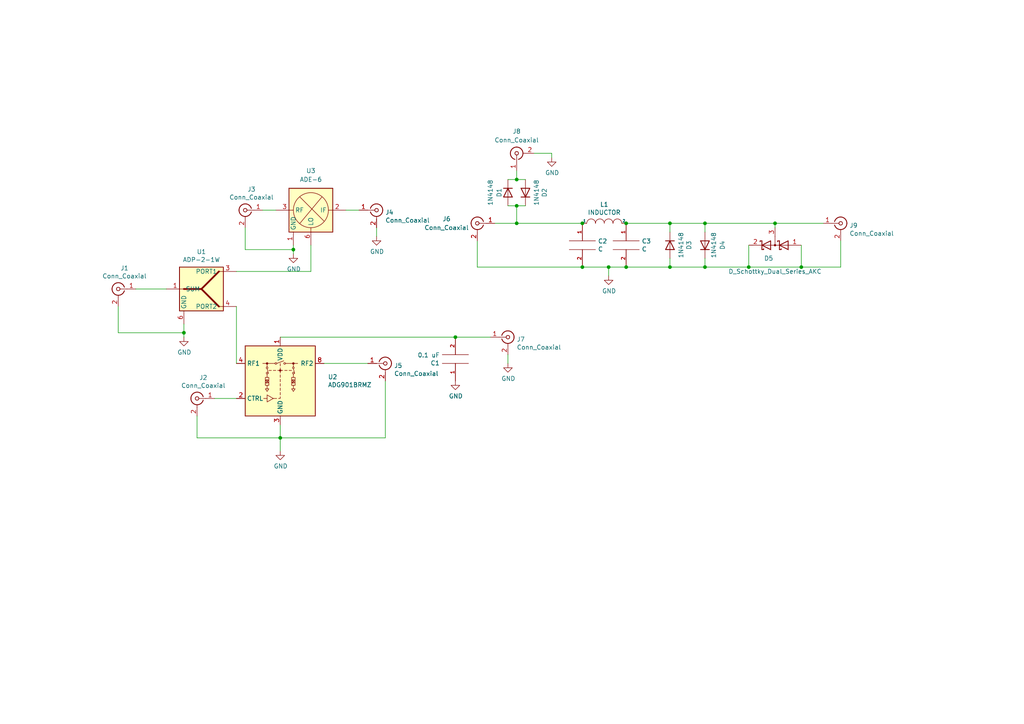
<source format=kicad_sch>
(kicad_sch (version 20211123) (generator eeschema)
  (paper "A4")
  (lib_symbols
    (symbol "Connector:Conn_Coaxial" (pin_names (offset 1.016) hide)
      (property "Reference" "J" (at 0.254 3.048 0))
      (property "Value" "Conn_Coaxial" (at 2.921 0 90))
      (symbol "Conn_Coaxial_0_1"
        (arc (start -1.778 -0.508) (mid 0.222 -1.808) (end 1.778 0) (stroke (width 0.254)))
        (polyline (pts (xy -2.54 0) (xy -0.508 0)))
        (polyline (pts (xy 0 -2.54) (xy 0 -1.778)))
        (circle (center 0 0) (radius 0.508) (stroke (width 0.2032)))
        (arc (start 1.778 0) (mid 0.222 1.8083) (end -1.778 0.508) (stroke (width 0.254)))
      )
      (symbol "Conn_Coaxial_1_1"
        (pin passive line (at -5.08 0 0) (length 2.54) (name "In") (number "1"))
        (pin passive line (at 0 -5.08 90) (length 2.54) (name "Ext") (number "2"))
      )
    )
    (symbol "Device:D_Schottky_Dual_Series_AKC" (pin_names (offset 0.762) hide)
      (property "Reference" "D" (at 1.27 -2.54 0))
      (property "Value" "D_Schottky_Dual_Series_AKC" (at 0 2.54 0))
      (symbol "D_Schottky_Dual_Series_AKC_0_1"
        (polyline (pts (xy -3.81 0) (xy 3.81 0)))
        (polyline (pts (xy 0 0) (xy 0 -2.54)))
        (polyline (pts (xy 6.35 0) (xy 7.62 0)))
        (polyline (pts (xy -1.27 -1.27) (xy -1.27 1.27) (xy -1.27 1.27)) (stroke (width 0.254)))
        (polyline (pts (xy 3.81 1.27) (xy 3.81 -1.27) (xy 3.81 -1.27)) (stroke (width 0.254)))
        (polyline (pts (xy -1.27 -1.27) (xy -0.762 -1.27) (xy -0.762 -1.016) (xy -0.762 -1.016)) (stroke (width 0.254)))
        (polyline (pts (xy 3.81 -1.27) (xy 4.318 -1.27) (xy 4.318 -1.016) (xy 4.318 -1.016)) (stroke (width 0.254)))
        (polyline (pts (xy 3.81 1.27) (xy 3.302 1.27) (xy 3.302 1.016) (xy 3.302 1.016)) (stroke (width 0.254)))
        (polyline (pts (xy -1.778 1.016) (xy -1.778 1.27) (xy -1.27 1.27) (xy -1.27 1.27) (xy -1.27 1.27)) (stroke (width 0.254)))
        (polyline (pts (xy -3.81 1.27) (xy -1.27 0) (xy -3.81 -1.27) (xy -3.81 1.27) (xy -3.81 1.27) (xy -3.81 1.27)) (stroke (width 0.254)))
        (polyline (pts (xy 1.27 1.27) (xy 3.81 0) (xy 1.27 -1.27) (xy 1.27 1.27) (xy 1.27 1.27) (xy 1.27 1.27)) (stroke (width 0.254)))
        (circle (center 0 0) (radius 0.254) (fill (type outline)))
        (pin passive line (at -7.62 0 0) (length 3.81) (name "A") (number "1"))
        (pin passive line (at 7.62 0 180) (length 3.81) (name "K") (number "2"))
        (pin passive line (at 0 -5.08 90) (length 2.54) (name "common") (number "3"))
      )
    )
    (symbol "Diode:1N4148" (pin_numbers hide) (pin_names (offset 1.016) hide)
      (property "Reference" "D" (at 0 2.54 0))
      (property "Value" "1N4148" (at 0 -2.54 0))
      (symbol "1N4148_0_1"
        (polyline (pts (xy -1.27 1.27) (xy -1.27 -1.27)) (stroke (width 0.254)))
        (polyline (pts (xy 1.27 0) (xy -1.27 0)))
        (polyline (pts (xy 1.27 1.27) (xy 1.27 -1.27) (xy -1.27 0) (xy 1.27 1.27)) (stroke (width 0.254)))
      )
      (symbol "1N4148_1_1"
        (pin passive line (at -3.81 0 0) (length 2.54) (name "K") (number "1"))
        (pin passive line (at 3.81 0 180) (length 2.54) (name "A") (number "2"))
      )
    )
    (symbol "RF:ADP-2-1W"
      (property "Reference" "U" (at -6.35 7.62 0))
      (property "Value" "ADP-2-1W" (at 6.35 7.62 0))
      (symbol "ADP-2-1W_0_1"
        (rectangle (start -6.35 6.35) (end 6.35 -6.35) (stroke (width 0.254)) (fill (type background)))
        (polyline (pts (xy 0 0) (xy 5.08 -5.08)) (stroke (width 0.508)))
        (polyline (pts (xy -5.08 0) (xy 0 0) (xy 5.08 5.08)) (stroke (width 0.508)))
      )
      (symbol "ADP-2-1W_1_1"
        (pin passive line (at -10.16 0 0) (length 5.08) (name "SUM") (number "1"))
        (pin no_connect line (at 5.08 2.54 180) (length 5.08) hide (name "NC") (number "2"))
        (pin passive line (at 10.16 5.08 180) (length 5.08) (name "PORT1") (number "3"))
        (pin passive line (at 10.16 -5.08 180) (length 5.08) (name "PORT2") (number "4"))
        (pin no_connect line (at 5.08 -2.54 180) (length 5.08) hide (name "NC") (number "5"))
        (pin passive line (at -5.08 -10.16 90) (length 3.81) (name "GND") (number "6"))
      )
    )
    (symbol "RF_Mixer:ADE-6"
      (property "Reference" "U" (at -6.35 7.62 0))
      (property "Value" "ADE-6" (at 6.35 7.62 0))
      (symbol "ADE-6_0_1"
        (rectangle (start -6.35 6.35) (end 6.35 -6.35) (stroke (width 0.254)) (fill (type background)))
        (polyline (pts (xy -3.175 -3.81) (xy 3.175 3.81)))
        (polyline (pts (xy 3.81 -3.175) (xy -3.175 3.81)))
        (circle (center 0 0) (radius 5.08))
      )
      (symbol "ADE-6_1_1"
        (pin power_in line (at -5.08 -10.16 90) (length 3.81) (name "GND") (number "1"))
        (pin output line (at 10.16 0 180) (length 5.08) (name "IF") (number "2"))
        (pin input line (at -10.16 0 0) (length 5.08) (name "RF") (number "3"))
        (pin passive line (at -5.08 -10.16 90) (length 3.81) hide (name "GND") (number "4"))
        (pin passive line (at -5.08 -10.16 90) (length 3.81) hide (name "GND") (number "5"))
        (pin input line (at 0 -10.16 90) (length 5.08) (name "LO") (number "6"))
      )
    )
    (symbol "RF_Switch:ADG901BRMZ"
      (property "Reference" "U" (at -10.16 11.43 0))
      (property "Value" "ADG901BRMZ" (at 1.27 11.43 0))
      (symbol "ADG901BRMZ_0_0"
        (rectangle (start -10.16 10.16) (end 10.16 -10.16) (stroke (width 0.254)) (fill (type background)))
        (polyline (pts (xy -4.826 -5.08) (xy -3.81 -5.08)))
        (polyline (pts (xy -2.54 3.048) (xy -3.302 3.048)))
        (polyline (pts (xy -2.032 3.048) (xy -1.27 3.048)))
        (polyline (pts (xy -1.016 -5.08) (xy -2.032 -5.08)))
        (polyline (pts (xy 0 -3.302) (xy 0 -4.064)))
        (polyline (pts (xy 0 -2.032) (xy 0 -2.794)))
        (polyline (pts (xy 0 -0.762) (xy 0 -1.524)))
        (polyline (pts (xy 0 0.508) (xy 0 -0.254)))
        (polyline (pts (xy 0 1.778) (xy 0 1.016)))
        (polyline (pts (xy 0 3.048) (xy -0.762 3.048)))
        (polyline (pts (xy 0 3.048) (xy 0 2.286)))
        (polyline (pts (xy 0 3.048) (xy 0 3.81)))
        (polyline (pts (xy 0 3.048) (xy 0.762 3.048)))
        (polyline (pts (xy 0 4.318) (xy 0 5.08)))
        (polyline (pts (xy 1.27 3.048) (xy 2.032 3.048)))
        (polyline (pts (xy 2.54 3.048) (xy 3.302 3.048)))
        (polyline (pts (xy 0 -4.572) (xy 0 -5.08) (xy -0.508 -5.08)))
        (polyline (pts (xy -3.81 -4.064) (xy -3.81 -6.096) (xy -2.032 -5.08) (xy -3.81 -4.064)))
        (circle (center 0 3.048) (radius 0.254) (fill (type outline)))
        (text "50" (at -3.81 -0.127 900) (effects (font (size 0.635 0.635))))
        (text "50" (at 3.81 -0.127 900) (effects (font (size 0.635 0.635))))
      )
      (symbol "ADG901BRMZ_0_1"
        (rectangle (start -4.318 1.016) (end -3.302 -1.27))
        (circle (center -3.81 2.286) (radius 0.254))
        (circle (center -3.81 3.81) (radius 0.254))
        (circle (center -3.81 5.08) (radius 0.254) (fill (type outline)))
        (circle (center -1.27 5.08) (radius 0.254))
        (polyline (pts (xy -5.08 5.08) (xy -1.524 5.08)))
        (polyline (pts (xy -3.81 2.032) (xy -3.81 1.016)))
        (polyline (pts (xy -3.81 3.556) (xy -3.429 2.159)))
        (polyline (pts (xy -3.81 5.08) (xy -3.81 4.064)))
        (polyline (pts (xy -1.016 5.08) (xy 1.016 5.842)))
        (polyline (pts (xy 1.524 5.08) (xy 5.08 5.08)))
        (polyline (pts (xy 3.81 2.032) (xy 3.81 1.016)))
        (polyline (pts (xy 3.81 3.556) (xy 4.191 2.159)))
        (polyline (pts (xy 3.81 5.08) (xy 3.81 4.064)))
        (polyline (pts (xy -3.81 -1.27) (xy -3.81 -2.286) (xy -4.318 -2.286) (xy -3.81 -3.048) (xy -3.302 -2.286) (xy -3.81 -2.286)))
        (polyline (pts (xy 3.81 -1.27) (xy 3.81 -2.286) (xy 3.302 -2.286) (xy 3.81 -3.048) (xy 4.318 -2.286) (xy 3.81 -2.286)))
        (circle (center 1.27 5.08) (radius 0.254))
        (rectangle (start 3.302 1.016) (end 4.318 -1.27))
        (circle (center 3.81 2.286) (radius 0.254))
        (circle (center 3.81 3.81) (radius 0.254))
        (circle (center 3.81 5.08) (radius 0.254) (fill (type outline)))
      )
      (symbol "ADG901BRMZ_1_1"
        (pin power_in line (at 0 12.7 270) (length 2.54) (name "VDD") (number "1"))
        (pin input line (at -12.7 -5.08 0) (length 2.54) (name "CTRL") (number "2"))
        (pin power_in line (at 0 -12.7 90) (length 2.54) (name "GND") (number "3"))
        (pin passive line (at -12.7 5.08 0) (length 2.54) (name "RF1") (number "4"))
        (pin passive line (at 0 -12.7 90) (length 2.54) hide (name "GND") (number "5"))
        (pin passive line (at 0 -12.7 90) (length 2.54) hide (name "GND") (number "6"))
        (pin passive line (at 0 -12.7 90) (length 2.54) hide (name "GND") (number "7"))
        (pin passive line (at 12.7 5.08 180) (length 2.54) (name "RF2") (number "8"))
      )
    )
    (symbol "power:GND" (power) (pin_names (offset 0))
      (property "Value" "GND" (at 0 -3.81 0))
      (symbol "GND_0_1"
        (polyline (pts (xy 0 0) (xy 0 -1.27) (xy 1.27 -1.27) (xy 0 -2.54) (xy -1.27 -1.27) (xy 0 -1.27)))
      )
      (symbol "GND_1_1"
        (pin power_in line (at 0 0 270) (length 0) hide (name "GND") (number "1"))
      )
    )
    (symbol "pspice:C" (pin_names (offset 0.254))
      (property "Reference" "C" (at 2.54 3.81 90))
      (property "Value" "C" (at 2.54 -3.81 90))
      (symbol "C_0_1"
        (polyline (pts (xy -3.81 -1.27) (xy 3.81 -1.27)))
        (polyline (pts (xy -3.81 1.27) (xy 3.81 1.27)))
      )
      (symbol "C_1_1"
        (pin passive line (at 0 6.35 270) (length 5.08) (name "~") (number "1"))
        (pin passive line (at 0 -6.35 90) (length 5.08) (name "~") (number "2"))
      )
    )
    (symbol "pspice:INDUCTOR" (pin_numbers hide) (pin_names (offset 0))
      (property "Reference" "L" (at 0 2.54 0))
      (property "Value" "INDUCTOR" (at 0 -1.27 0))
      (symbol "INDUCTOR_0_1"
        (arc (start -2.54 0) (mid -3.81 1.27) (end -5.08 0))
        (arc (start 0 0) (mid -1.27 1.27) (end -2.54 0))
        (arc (start 2.54 0) (mid 1.27 1.27) (end 0 0))
        (arc (start 5.08 0) (mid 3.81 1.27) (end 2.54 0))
      )
      (symbol "INDUCTOR_1_1"
        (pin input line (at -6.35 0 0) (length 1.27) (name "1") (number "1"))
        (pin input line (at 6.35 0 180) (length 1.27) (name "2") (number "2"))
      )
    )
  )
  (junction (at 181.61 64.77))
  (junction (at 149.86 52.07))
  (junction (at 168.91 77.47))
  (junction (at 176.53 77.47))
  (junction (at 149.86 64.77))
  (junction (at 194.31 64.77))
  (junction (at 204.47 77.47))
  (junction (at 224.79 64.77))
  (junction (at 81.28 127))
  (junction (at 168.91 64.77))
  (junction (at 53.34 96.52))
  (junction (at 194.31 77.47))
  (junction (at 217.17 77.47))
  (junction (at 85.09 72.39))
  (junction (at 132.08 97.79))
  (junction (at 149.86 59.69))
  (junction (at 204.47 64.77))
  (junction (at 232.41 77.47))
  (junction (at 181.61 77.47))
  (wire (pts (xy 34.29 88.9) (xy 34.29 96.52)))
  (wire (pts (xy 160.02 45.72) (xy 160.02 44.45)))
  (wire (pts (xy 93.98 105.41) (xy 106.68 105.41)))
  (wire (pts (xy 149.86 64.77) (xy 168.91 64.77)))
  (wire (pts (xy 68.58 78.74) (xy 90.17 78.74)))
  (wire (pts (xy 34.29 96.52) (xy 53.34 96.52)))
  (wire (pts (xy 194.31 64.77) (xy 194.31 67.31)))
  (wire (pts (xy 217.17 71.12) (xy 217.17 77.47)))
  (wire (pts (xy 204.47 64.77) (xy 204.47 67.31)))
  (wire (pts (xy 39.37 83.82) (xy 48.26 83.82)))
  (wire (pts (xy 194.31 77.47) (xy 204.47 77.47)))
  (wire (pts (xy 204.47 74.93) (xy 204.47 77.47)))
  (wire (pts (xy 224.79 64.77) (xy 224.79 66.04)))
  (wire (pts (xy 194.31 74.93) (xy 194.31 77.47)))
  (wire (pts (xy 53.34 93.98) (xy 53.34 96.52)))
  (wire (pts (xy 111.76 110.49) (xy 111.76 127)))
  (wire (pts (xy 194.31 64.77) (xy 204.47 64.77)))
  (wire (pts (xy 100.33 60.96) (xy 104.14 60.96)))
  (wire (pts (xy 149.86 59.69) (xy 152.4 59.69)))
  (wire (pts (xy 149.86 59.69) (xy 149.86 64.77)))
  (wire (pts (xy 71.12 66.04) (xy 71.12 72.39)))
  (wire (pts (xy 243.84 69.85) (xy 243.84 77.47)))
  (wire (pts (xy 152.4 52.07) (xy 149.86 52.07)))
  (wire (pts (xy 204.47 64.77) (xy 224.79 64.77)))
  (wire (pts (xy 160.02 44.45) (xy 154.94 44.45)))
  (wire (pts (xy 232.41 71.12) (xy 232.41 77.47)))
  (wire (pts (xy 132.08 97.79) (xy 142.24 97.79)))
  (wire (pts (xy 90.17 78.74) (xy 90.17 71.12)))
  (wire (pts (xy 57.15 120.65) (xy 57.15 127)))
  (wire (pts (xy 232.41 77.47) (xy 217.17 77.47)))
  (wire (pts (xy 143.51 64.77) (xy 149.86 64.77)))
  (wire (pts (xy 81.28 127) (xy 81.28 130.81)))
  (wire (pts (xy 238.76 64.77) (xy 224.79 64.77)))
  (wire (pts (xy 149.86 59.69) (xy 147.32 59.69)))
  (wire (pts (xy 147.32 52.07) (xy 149.86 52.07)))
  (wire (pts (xy 243.84 77.47) (xy 232.41 77.47)))
  (wire (pts (xy 81.28 97.79) (xy 132.08 97.79)))
  (wire (pts (xy 149.86 52.07) (xy 149.86 49.53)))
  (wire (pts (xy 53.34 96.52) (xy 53.34 97.79)))
  (wire (pts (xy 85.09 71.12) (xy 85.09 72.39)))
  (wire (pts (xy 71.12 72.39) (xy 85.09 72.39)))
  (wire (pts (xy 204.47 77.47) (xy 217.17 77.47)))
  (wire (pts (xy 85.09 72.39) (xy 85.09 73.66)))
  (wire (pts (xy 176.53 77.47) (xy 181.61 77.47)))
  (wire (pts (xy 181.61 77.47) (xy 194.31 77.47)))
  (wire (pts (xy 138.43 77.47) (xy 168.91 77.47)))
  (wire (pts (xy 68.58 88.9) (xy 68.58 105.41)))
  (wire (pts (xy 176.53 77.47) (xy 168.91 77.47)))
  (wire (pts (xy 57.15 127) (xy 81.28 127)))
  (wire (pts (xy 111.76 127) (xy 81.28 127)))
  (wire (pts (xy 109.22 66.04) (xy 109.22 68.58)))
  (wire (pts (xy 147.32 102.87) (xy 147.32 105.41)))
  (wire (pts (xy 138.43 69.85) (xy 138.43 77.47)))
  (wire (pts (xy 76.2 60.96) (xy 80.01 60.96)))
  (wire (pts (xy 62.23 115.57) (xy 68.58 115.57)))
  (wire (pts (xy 181.61 64.77) (xy 194.31 64.77)))
  (wire (pts (xy 176.53 80.01) (xy 176.53 77.47)))
  (wire (pts (xy 81.28 123.19) (xy 81.28 127)))
  (symbol (lib_id "power:GND") (at 81.28 130.81 0) (unit 1)
    (property "Reference" "#PWR0101" (effects hide))
    (property "Value" "GND" (at 81.407 135.2042 0))
  )
  (symbol (lib_id "pspice:C") (at 181.61 71.12 0) (unit 1)
    (property "Reference" "C3" (at 186.1312 69.9516 0) (effects (justify left)))
    (property "Value" "C" (at 186.1312 72.263 0) (effects (justify left)))
    (property "Footprint" "Capacitor_SMD:C_1206_3216Metric" (effects hide))
  )
  (symbol (lib_id "Connector:Conn_Coaxial") (at 57.15 115.57 0) (mirror y) (unit 1)
    (property "Reference" "J2" (at 58.9788 109.5248 0))
    (property "Value" "Conn_Coaxial" (at 58.9788 111.8362 0))
    (property "Footprint" "Connector_Coaxial:SMA_Amphenol_132203-12_Horizontal" (effects hide))
    (property "Datasheet" " ~" (effects hide))
  )
  (symbol (lib_id "Diode:1N4148") (at 204.47 71.12 90) (unit 1)
    (property "Reference" "D4" (at 209.55 71.12 0))
    (property "Value" "1N4148" (at 207.01 71.12 0))
    (property "Footprint" "Diode_THT:D_DO-35_SOD27_P7.62mm_Horizontal" (effects hide))
    (property "Datasheet" "https://assets.nexperia.com/documents/data-sheet/1N4148_1N4448.pdf" (effects hide))
  )
  (symbol (lib_id "Device:D_Schottky_Dual_Series_AKC") (at 224.79 71.12 180) (unit 1)
    (property "Reference" "D5" (at 222.9485 74.93 0))
    (property "Value" "D_Schottky_Dual_Series_AKC" (at 224.79 78.74 0))
    (property "Footprint" "Package_TO_SOT_SMD:TSOT-23_HandSoldering" (effects hide))
  )
  (symbol (lib_id "Connector:Conn_Coaxial") (at 138.43 64.77 0) (mirror y) (unit 1)
    (property "Reference" "J6" (at 129.54 63.5 0))
    (property "Value" "Conn_Coaxial" (at 129.54 66.04 0))
    (property "Footprint" "Connector_Coaxial:SMA_Amphenol_132291-12_Vertical" (effects hide))
    (property "Datasheet" " ~" (effects hide))
  )
  (symbol (lib_id "Connector:Conn_Coaxial") (at 147.32 97.79 0) (unit 1)
    (property "Reference" "J7" (at 149.86 98.425 0) (effects (justify left)))
    (property "Value" "Conn_Coaxial" (at 149.86 100.7364 0) (effects (justify left)))
    (property "Footprint" "Connector_Coaxial:SMA_Amphenol_132203-12_Horizontal" (effects hide))
    (property "Datasheet" " ~" (effects hide))
  )
  (symbol (lib_id "Connector:Conn_Coaxial") (at 34.29 83.82 0) (mirror y) (unit 1)
    (property "Reference" "J1" (at 36.1188 77.7748 0))
    (property "Value" "Conn_Coaxial" (at 36.1188 80.0862 0))
    (property "Footprint" "Connector_Coaxial:SMA_Amphenol_132203-12_Horizontal" (effects hide))
    (property "Datasheet" " ~" (effects hide))
  )
  (symbol (lib_id "Connector:Conn_Coaxial") (at 111.76 105.41 0) (unit 1)
    (property "Reference" "J5" (at 114.3 106.045 0) (effects (justify left)))
    (property "Value" "Conn_Coaxial" (at 114.3 108.3564 0) (effects (justify left)))
    (property "Footprint" "Connector_Coaxial:SMA_Amphenol_132203-12_Horizontal" (effects hide))
    (property "Datasheet" " ~" (effects hide))
  )
  (symbol (lib_id "Connector:Conn_Coaxial") (at 243.84 64.77 0) (unit 1)
    (property "Reference" "J9" (at 246.38 65.405 0) (effects (justify left)))
    (property "Value" "Conn_Coaxial" (at 246.38 67.7164 0) (effects (justify left)))
    (property "Footprint" "Connector_Coaxial:SMA_Amphenol_132203-12_Horizontal" (effects hide))
    (property "Datasheet" " ~" (effects hide))
  )
  (symbol (lib_id "Diode:1N4148") (at 147.32 55.88 270) (unit 1)
    (property "Reference" "D1" (at 144.78 55.88 0))
    (property "Value" "1N4148" (at 142.24 55.88 0))
    (property "Footprint" "Diode_THT:D_DO-35_SOD27_P7.62mm_Horizontal" (effects hide))
    (property "Datasheet" "https://assets.nexperia.com/documents/data-sheet/1N4148_1N4448.pdf" (effects hide))
  )
  (symbol (lib_id "power:GND") (at 160.02 45.72 0) (unit 1)
    (property "Reference" "#PWR0106" (effects hide))
    (property "Value" "GND" (at 160.147 50.1142 0))
  )
  (symbol (lib_id "RF:ADP-2-1W") (at 58.42 83.82 0) (unit 1)
    (property "Reference" "U1" (at 58.42 73.025 0))
    (property "Value" "ADP-2-1W" (at 58.42 75.3364 0))
    (property "Footprint" "RF_Mini-Circuits:Mini-Circuits_CD636_LandPatternPL-035" (effects hide))
    (property "Datasheet" "https://www.minicircuits.com/pdfs/ADP-2-1W.pdf" (effects hide))
  )
  (symbol (lib_id "power:GND") (at 147.32 105.41 0) (unit 1)
    (property "Reference" "#PWR0108" (effects hide))
    (property "Value" "GND" (at 147.447 109.8042 0))
  )
  (symbol (lib_id "power:GND") (at 176.53 80.01 0) (unit 1)
    (property "Reference" "#PWR0107" (effects hide))
    (property "Value" "GND" (at 176.657 84.4042 0))
  )
  (symbol (lib_id "Connector:Conn_Coaxial") (at 149.86 44.45 90) (unit 1)
    (property "Reference" "J8" (at 149.86 38.1 90))
    (property "Value" "Conn_Coaxial" (at 149.86 40.64 90))
    (property "Footprint" "Connector_Coaxial:SMA_Amphenol_132203-12_Horizontal" (effects hide))
    (property "Datasheet" " ~" (effects hide))
  )
  (symbol (lib_id "power:GND") (at 85.09 73.66 0) (unit 1)
    (property "Reference" "#PWR0104" (effects hide))
    (property "Value" "GND" (at 85.217 78.0542 0))
  )
  (symbol (lib_id "Connector:Conn_Coaxial") (at 109.22 60.96 0) (unit 1)
    (property "Reference" "J4" (at 111.76 61.595 0) (effects (justify left)))
    (property "Value" "Conn_Coaxial" (at 111.76 63.9064 0) (effects (justify left)))
    (property "Footprint" "Connector_Coaxial:SMA_Amphenol_132203-12_Horizontal" (effects hide))
    (property "Datasheet" " ~" (effects hide))
  )
  (symbol (lib_id "power:GND") (at 109.22 68.58 0) (unit 1)
    (property "Reference" "#PWR0103" (effects hide))
    (property "Value" "GND" (at 109.347 72.9742 0))
  )
  (symbol (lib_id "pspice:C") (at 168.91 71.12 0) (unit 1)
    (property "Reference" "C2" (at 173.4312 69.9516 0) (effects (justify left)))
    (property "Value" "C" (at 173.4312 72.263 0) (effects (justify left)))
    (property "Footprint" "Capacitor_SMD:C_1206_3216Metric" (effects hide))
  )
  (symbol (lib_id "Connector:Conn_Coaxial") (at 71.12 60.96 0) (mirror y) (unit 1)
    (property "Reference" "J3" (at 72.9488 54.9148 0))
    (property "Value" "Conn_Coaxial" (at 72.9488 57.2262 0))
    (property "Footprint" "Connector_Coaxial:SMA_Amphenol_132203-12_Horizontal" (effects hide))
    (property "Datasheet" " ~" (effects hide))
  )
  (symbol (lib_id "Diode:1N4148") (at 194.31 71.12 270) (unit 1)
    (property "Reference" "D3" (at 199.8218 71.12 0))
    (property "Value" "1N4148" (at 197.5104 71.12 0))
    (property "Footprint" "Diode_THT:D_DO-35_SOD27_P7.62mm_Horizontal" (effects hide))
    (property "Datasheet" "https://assets.nexperia.com/documents/data-sheet/1N4148_1N4448.pdf" (effects hide))
  )
  (symbol (lib_id "power:GND") (at 132.08 110.49 0) (unit 1)
    (property "Reference" "#PWR0105" (effects hide))
    (property "Value" "GND" (at 132.207 114.8842 0))
  )
  (symbol (lib_id "Diode:1N4148") (at 152.4 55.88 90) (unit 1)
    (property "Reference" "D2" (at 157.9118 55.88 0))
    (property "Value" "1N4148" (at 155.6004 55.88 0))
    (property "Footprint" "Diode_THT:D_DO-35_SOD27_P7.62mm_Horizontal" (effects hide))
    (property "Datasheet" "https://assets.nexperia.com/documents/data-sheet/1N4148_1N4448.pdf" (effects hide))
  )
  (symbol (lib_id "power:GND") (at 53.34 97.79 0) (unit 1)
    (property "Reference" "#PWR0102" (effects hide))
    (property "Value" "GND" (at 53.467 102.1842 0))
  )
  (symbol (lib_id "RF_Mixer:ADE-6") (at 90.17 60.96 0) (unit 1)
    (property "Reference" "U3" (at 90.17 49.53 0))
    (property "Value" "ADE-6" (at 90.17 52.07 0))
    (property "Footprint" "RF_Mini-Circuits:Mini-Circuits_CD542_LandPatternPL-052" (effects hide))
    (property "Datasheet" "https://www.minicircuits.com/pdfs/ADE-6.pdf" (effects hide))
  )
  (symbol (lib_id "pspice:INDUCTOR") (at 175.26 64.77 0) (unit 1)
    (property "Reference" "L1" (at 175.26 59.309 0))
    (property "Value" "INDUCTOR" (at 175.26 61.6204 0))
    (property "Footprint" "Inductor_THT:L_Axial_L5.3mm_D2.2mm_P7.62mm_Horizontal_Vishay_IM-1" (effects hide))
  )
  (symbol (lib_id "RF_Switch:ADG901BRMZ") (at 81.28 110.49 0) (unit 1)
    (property "Reference" "U2" (at 95.0976 109.3216 0) (effects (justify left)))
    (property "Value" "ADG901BRMZ" (at 95.0976 111.633 0) (effects (justify left)))
    (property "Footprint" "Package_SO:MSOP-8_3x3mm_P0.65mm" (effects hide))
    (property "Datasheet" "https://www.analog.com/media/en/technical-documentation/data-sheets/ADG901_902.pdf" (effects hide))
  )
  (symbol (lib_id "pspice:C") (at 132.08 104.14 180) (unit 1)
    (property "Reference" "C1" (at 127.5588 105.3084 0) (effects (justify left)))
    (property "Value" "0.1 uF" (at 127.5588 102.997 0) (effects (justify left)))
    (property "Footprint" "Capacitor_SMD:C_1206_3216Metric" (effects hide))
  )
)
</source>
